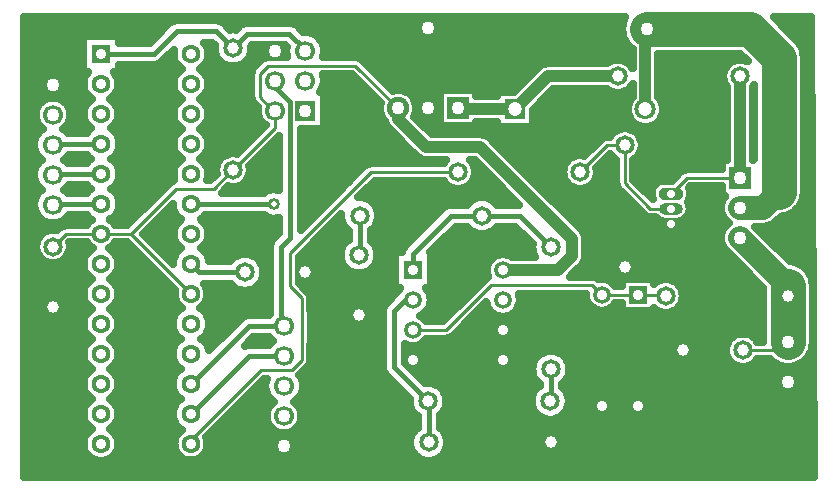
<source format=gbr>
G04 DipTrace 3.3.1.1*
G04 Top.Cu.gbr*
%MOIN*%
G04 #@! TF.FileFunction,Copper,L1,Top*
G04 #@! TF.Part,Single*
%AMOUTLINE0*
4,1,8,
-0.029528,0.019685,
-0.03937,0.009843,
-0.03937,-0.009843,
-0.029528,-0.019685,
0.029528,-0.019685,
0.03937,-0.009843,
0.03937,0.009843,
0.029528,0.019685,
-0.029528,0.019685,
0*%
%ADD13C,0.03937*%
%ADD33C,0.019134*%
%ADD34C,0.047244*%
%ADD35C,0.035433*%
%ADD36C,0.043307*%
%ADD37C,0.027559*%
G04 #@! TA.AperFunction,Conductor*
%ADD14C,0.11811*%
G04 #@! TA.AperFunction,ComponentPad*
%ADD15C,0.07874*%
G04 #@! TA.AperFunction,Conductor*
%ADD16C,0.01*%
%ADD17C,0.015748*%
G04 #@! TA.AperFunction,CopperBalancing*
%ADD18C,0.025*%
G04 #@! TA.AperFunction,ComponentPad*
%ADD19C,0.064961*%
%ADD20R,0.070866X0.070866*%
%ADD21C,0.070866*%
%ADD22R,0.059055X0.059055*%
%ADD23C,0.059055*%
%ADD24R,0.066929X0.066929*%
%ADD25C,0.066929*%
%ADD27R,0.074803X0.074803*%
%ADD28C,0.074803*%
%ADD29O,0.07874X0.03937*%
%ADD30R,0.062992X0.062992*%
%ADD31C,0.062992*%
G04 #@! TA.AperFunction,ViaPad*
%ADD32C,0.04*%
G04 #@! TA.AperFunction,ComponentPad*
%ADD57OUTLINE0*%
%FSLAX26Y26*%
G04*
G70*
G90*
G75*
G01*
G04 Top*
%LPD*%
X2490000Y1641732D2*
D13*
Y1904488D1*
X2494961Y1909449D1*
D14*
X2839843D1*
X2934961Y1814331D1*
Y1366457D1*
D15*
X2881890Y1313386D1*
X2804961D1*
X2054961Y1641732D2*
D13*
X1868898D1*
X1864961Y1645669D1*
X2397480Y1751969D2*
X2165197D1*
X2054961Y1641732D1*
X1664961Y1645669D2*
Y1610630D1*
X1759843Y1515748D1*
X1939370D1*
X2244961Y1210157D1*
Y1152047D1*
X2199213Y1106299D1*
X2014961D1*
X674961Y1226772D2*
D16*
X557480D1*
X514961Y1184252D1*
X674961Y1226772D2*
X774961D1*
X974961Y1026772D1*
X1114961Y1438976D2*
X1112047D1*
X1051024Y1377953D1*
X926142D1*
X774961Y1226772D1*
X1254961Y1637795D2*
Y1578976D1*
X1114961Y1438976D1*
X1254961Y1637795D2*
X1250079D1*
X1204961Y1682913D1*
Y1761339D1*
X1231024Y1787402D1*
X1523228D1*
X1664961Y1645669D1*
X1284961Y819685D2*
D17*
X1167874D1*
X974961Y626772D1*
X2014961Y906299D2*
D16*
Y806299D1*
X1714961D2*
X2014961D1*
X2174961Y531496D2*
X2165197D1*
X2014961Y681732D1*
Y806299D1*
X2464961Y653543D2*
X2344961D1*
X2174961Y531496D2*
X2222913D1*
X2344961Y653543D1*
X1534961Y956693D2*
Y802362D1*
X1702087Y635236D1*
Y511378D1*
X1751772Y461693D1*
X2105157D1*
X2174961Y531496D1*
X2964961Y732283D2*
D14*
X2614961D1*
X2543701D1*
X2464961Y653543D1*
X2614961Y838583D2*
D16*
Y732283D1*
Y838583D2*
Y1115157D1*
Y1221024D1*
X2574961Y1261024D1*
X2421220Y1115157D2*
X2614961D1*
X1764961Y1913386D2*
D13*
Y1645669D1*
D16*
Y1606614D1*
X1808583Y1562992D1*
X1973386D1*
X2421220Y1115157D1*
X1284961Y519685D2*
X1586535D1*
X1702087Y635236D1*
X1354961Y1098425D2*
X1393228D1*
X1534961Y956693D1*
X514961Y1724409D2*
X472205D1*
X434961Y1687165D1*
Y1064252D1*
X514961Y984252D1*
Y595197D1*
X673150Y437008D1*
X1202283D1*
X1284961Y519685D1*
X1537480Y1287402D2*
D17*
Y1159213D1*
X1534961Y1156693D1*
X974961Y1326772D2*
X1251024D1*
X1284961Y919685D2*
X1167874D1*
X974961Y726772D1*
X1254961Y1737795D2*
Y1715354D1*
X1304961Y1665354D1*
Y1213228D1*
X1274961Y1183228D1*
Y929685D1*
X1284961Y919685D1*
X2804961Y1751969D2*
D13*
Y1413386D1*
D16*
X2627323D1*
X2574961Y1361024D1*
X2421220Y1522638D2*
X2362008D1*
X2272441Y1433071D1*
X2421220Y1522638D2*
Y1395079D1*
X2505276Y1311024D1*
X2574961D1*
X2814961Y838583D2*
X2937402D1*
X2964961Y866142D1*
D14*
Y1019685D1*
Y1053386D1*
D15*
X2804961Y1213386D1*
X1764961Y669291D2*
D17*
X1767480D1*
Y531496D1*
X1714961Y1006299D2*
X1688504D1*
X1652087Y969882D1*
Y782165D1*
X1764961Y669291D1*
X1944961Y1287402D2*
X1843071D1*
X1714961Y1159291D1*
Y1106299D1*
X1944961Y1287402D2*
X2070630D1*
X2174961Y1183071D1*
X974961Y526772D2*
D16*
Y539843D1*
X1206772Y771654D1*
X1311654D1*
X1344961Y804961D1*
Y1012677D1*
X1304961Y1052677D1*
Y1163071D1*
X1574961Y1433071D1*
X1864961D1*
X674961Y1826772D2*
D17*
X852283D1*
X927087Y1901575D1*
X1059843D1*
X1114961Y1846457D1*
X1354961Y1837795D2*
Y1841575D1*
X1302835Y1893701D1*
X1162205D1*
X1114961Y1846457D1*
X2464961Y1023622D2*
D16*
X2344961D1*
X1714961Y906299D2*
X1826142D1*
X1976024Y1056181D1*
X2312402D1*
X2344961Y1023622D1*
X2464961D2*
X2553543D1*
X2557480Y1019685D1*
X674961Y1526772D2*
D17*
X517323D1*
X514961Y1524409D1*
X674961Y1426772D2*
X517323D1*
X514961Y1424409D1*
X674961Y1326772D2*
X517323D1*
X514961Y1324409D1*
X2172441Y669291D2*
X2174961D1*
Y775591D1*
X1154961Y1098425D2*
X1003307D1*
X974961Y1126772D1*
D32*
X1251024Y1326772D3*
X419979Y1923261D2*
D18*
X893781D1*
X1093166D2*
X1137255D1*
X1327777D2*
X2411072D1*
X2945292D2*
X3040194D1*
X419979Y1898392D2*
X868914D1*
X1373601D2*
X2410642D1*
X2970160D2*
X3040373D1*
X419979Y1873524D2*
X611732D1*
X738200D2*
X844046D1*
X1408983D2*
X2418142D1*
X2995028D2*
X3040517D1*
X419979Y1848655D2*
X611732D1*
X1031158D2*
X1050775D1*
X1179144D2*
X1290696D1*
X1419210D2*
X2436586D1*
X3012539D2*
X3040696D1*
X419979Y1823786D2*
X611732D1*
X904307D2*
X914558D1*
X1035356D2*
X1055045D1*
X1174874D2*
X1291342D1*
X1418600D2*
X2444301D1*
X2535674D2*
X2806265D1*
X3019465D2*
X3040840D1*
X419979Y1798917D2*
X611732D1*
X879332D2*
X921592D1*
X1028323D2*
X1073095D1*
X1156824D2*
X1199730D1*
X1554529D2*
X2364495D1*
X2430462D2*
X2444301D1*
X2535674D2*
X2771960D1*
X3020003D2*
X3040983D1*
X419979Y1774049D2*
X611732D1*
X738200D2*
X938888D1*
X1011027D2*
X1176943D1*
X1579397D2*
X2123712D1*
X2535674D2*
X2751003D1*
X3020003D2*
X3041163D1*
X419979Y1749180D2*
X618980D1*
X730951D2*
X918972D1*
X1030943D2*
X1173965D1*
X1419138D2*
X1518633D1*
X1604264D2*
X2098844D1*
X2535674D2*
X2746554D1*
X3020003D2*
X3041306D1*
X419979Y1724311D2*
X614531D1*
X735401D2*
X914522D1*
X1035392D2*
X1173965D1*
X1418707D2*
X1543500D1*
X1629132D2*
X2073976D1*
X2535674D2*
X2753802D1*
X3020003D2*
X3041486D1*
X419979Y1699442D2*
X621313D1*
X728618D2*
X921304D1*
X1028610D2*
X1173965D1*
X1420178D2*
X1568368D1*
X1696056D2*
X1801544D1*
X1928370D2*
X1993524D1*
X2176258D2*
X2375619D1*
X2419338D2*
X2444301D1*
X2535674D2*
X2759257D1*
X3020003D2*
X3041629D1*
X419979Y1674573D2*
X485455D1*
X544461D2*
X639649D1*
X710282D2*
X939641D1*
X1010273D2*
X1175221D1*
X1420178D2*
X1593236D1*
X1721067D2*
X1801544D1*
X2151391D2*
X2438560D1*
X2541452D2*
X2759257D1*
X3020003D2*
X3041809D1*
X419979Y1649705D2*
X461413D1*
X568503D2*
X619195D1*
X730736D2*
X919187D1*
X1030727D2*
X1195352D1*
X1420178D2*
X1601704D1*
X1728244D2*
X1801544D1*
X2126523D2*
X2429122D1*
X2550889D2*
X2759257D1*
X3020003D2*
X3041952D1*
X419979Y1624836D2*
X455492D1*
X574424D2*
X614495D1*
X735401D2*
X914522D1*
X1035428D2*
X1197003D1*
X1420178D2*
X1605221D1*
X1724692D2*
X1801544D1*
X2116403D2*
X2431024D1*
X2548951D2*
X2759257D1*
X3020003D2*
X3042132D1*
X419979Y1599967D2*
X461018D1*
X568934D2*
X621026D1*
X728870D2*
X921053D1*
X1028897D2*
X1209849D1*
X1420178D2*
X1620615D1*
X1739189D2*
X1801544D1*
X2116403D2*
X2445916D1*
X2534095D2*
X2759257D1*
X3020003D2*
X3042275D1*
X419979Y1575098D2*
X475551D1*
X554401D2*
X635666D1*
X714265D2*
X940395D1*
X1009520D2*
X1208270D1*
X1420178D2*
X1636907D1*
X1764057D2*
X2399159D1*
X2443273D2*
X2759257D1*
X3020003D2*
X3042455D1*
X419979Y1550230D2*
X455312D1*
X733499D2*
X919438D1*
X1030476D2*
X1183403D1*
X1344571D2*
X1661775D1*
X1967879D2*
X2352366D1*
X2472446D2*
X2759257D1*
X3020003D2*
X3042598D1*
X419979Y1525361D2*
X449750D1*
X738200D2*
X914486D1*
X1035428D2*
X1158535D1*
X1244167D2*
X1265326D1*
X1344571D2*
X1686642D1*
X1993321D2*
X2321936D1*
X2479623D2*
X2759257D1*
X3020003D2*
X3042742D1*
X419979Y1500492D2*
X454487D1*
X732243D2*
X920766D1*
X1029149D2*
X1133667D1*
X1219299D2*
X1265326D1*
X1344571D2*
X1711510D1*
X2018188D2*
X2297068D1*
X2475138D2*
X2759257D1*
X3020003D2*
X3042921D1*
X419979Y1475623D2*
X473039D1*
X556877D2*
X636348D1*
X713547D2*
X941220D1*
X1008695D2*
X1070152D1*
X1194431D2*
X1265326D1*
X1344571D2*
X1741366D1*
X2043056D2*
X2233553D1*
X2357796D2*
X2388322D1*
X2454110D2*
X2759257D1*
X3020003D2*
X3043065D1*
X419979Y1450755D2*
X455564D1*
X733283D2*
X919654D1*
X1030261D2*
X1057736D1*
X1172183D2*
X1265326D1*
X1344571D2*
X1549816D1*
X1920583D2*
X1940774D1*
X2067960D2*
X2216831D1*
X2332929D2*
X2390224D1*
X2452208D2*
X2741566D1*
X3020003D2*
X3043244D1*
X419979Y1425886D2*
X449750D1*
X738200D2*
X914486D1*
X1035428D2*
X1056157D1*
X1171896D2*
X1265326D1*
X1344571D2*
X1524948D1*
X1922988D2*
X1965642D1*
X2092828D2*
X2214427D1*
X2330453D2*
X2390224D1*
X2452208D2*
X2597024D1*
X3020003D2*
X3043388D1*
X419979Y1401017D2*
X454272D1*
X732458D2*
X906879D1*
X1158619D2*
X1265326D1*
X1344571D2*
X1500080D1*
X1585712D2*
X1816543D1*
X1913371D2*
X1990510D1*
X2117695D2*
X2224044D1*
X2320836D2*
X2390224D1*
X2458093D2*
X2531105D1*
X3020003D2*
X3043567D1*
X419979Y1376148D2*
X472429D1*
X557523D2*
X637066D1*
X712829D2*
X881509D1*
X1092018D2*
X1265326D1*
X1344571D2*
X1475213D1*
X1560845D2*
X2015377D1*
X2142563D2*
X2397400D1*
X2482960D2*
X2510184D1*
X2639738D2*
X2741566D1*
X3020003D2*
X3043711D1*
X419979Y1351280D2*
X455779D1*
X733032D2*
X856641D1*
X1344571D2*
X1450345D1*
X1535977D2*
X2040245D1*
X2167431D2*
X2422196D1*
X2640348D2*
X2752295D1*
X3018604D2*
X3043890D1*
X419979Y1326411D2*
X449786D1*
X738200D2*
X831773D1*
X1344571D2*
X1425477D1*
X1587829D2*
X1894627D1*
X1995294D2*
X2065113D1*
X2192299D2*
X2447064D1*
X2637514D2*
X2740956D1*
X3009669D2*
X3044033D1*
X419979Y1301542D2*
X454056D1*
X732709D2*
X806906D1*
X892537D2*
X917214D1*
X1344571D2*
X1400610D1*
X1600066D2*
X1802225D1*
X2217166D2*
X2471932D1*
X2639272D2*
X2740704D1*
X2988461D2*
X3044213D1*
X419979Y1276673D2*
X471783D1*
X558133D2*
X638106D1*
X711825D2*
X782038D1*
X867670D2*
X938098D1*
X1011816D2*
X1265326D1*
X1344571D2*
X1375742D1*
X1461374D2*
X1474208D1*
X1600784D2*
X1777358D1*
X2242034D2*
X2526584D1*
X2623339D2*
X2751434D1*
X2936608D2*
X3044356D1*
X419979Y1251804D2*
X541363D1*
X842802D2*
X920156D1*
X1029759D2*
X1265326D1*
X1436506D2*
X1484543D1*
X1590413D2*
X1752490D1*
X2266902D2*
X2752690D1*
X2897064D2*
X3044536D1*
X419979Y1226936D2*
X476233D1*
X817934D2*
X914486D1*
X1035464D2*
X1263675D1*
X1411638D2*
X1497856D1*
X1577100D2*
X1727622D1*
X1837619D2*
X1930045D1*
X1959877D2*
X2076093D1*
X2287248D2*
X2741063D1*
X2882818D2*
X3044679D1*
X419979Y1202067D2*
X459403D1*
X842479D2*
X920013D1*
X1029938D2*
X1240458D1*
X1386770D2*
X1490607D1*
X1579325D2*
X1702754D1*
X1812751D2*
X2100961D1*
X2290657D2*
X2740597D1*
X2907686D2*
X3044823D1*
X419979Y1177198D2*
X456927D1*
X572989D2*
X643812D1*
X706083D2*
X781715D1*
X867347D2*
X938601D1*
X1011314D2*
X1235327D1*
X1361903D2*
X1474244D1*
X1595688D2*
X1679932D1*
X1787884D2*
X2111009D1*
X2290657D2*
X2751039D1*
X2932553D2*
X3045002D1*
X419979Y1152329D2*
X466472D1*
X563444D2*
X620416D1*
X729516D2*
X806583D1*
X892214D2*
X917357D1*
X1032558D2*
X1122399D1*
X1187541D2*
X1235327D1*
X1337035D2*
X1470871D1*
X1599025D2*
X1653701D1*
X1776221D2*
X1986132D1*
X2043810D2*
X2118939D1*
X2290657D2*
X2774615D1*
X2957421D2*
X3045146D1*
X419979Y1127461D2*
X614459D1*
X735436D2*
X831450D1*
X1211943D2*
X1235327D1*
X1335958D2*
X1478083D1*
X1591813D2*
X1653701D1*
X1776221D2*
X1963848D1*
X2282978D2*
X2799483D1*
X3003927D2*
X3045325D1*
X419979Y1102592D2*
X619770D1*
X730161D2*
X856318D1*
X1219048D2*
X1235327D1*
X1335958D2*
X1502736D1*
X1567196D2*
X1653701D1*
X1776221D2*
X1959542D1*
X2259079D2*
X2824350D1*
X3033747D2*
X3045469D1*
X419979Y1077723D2*
X641515D1*
X708380D2*
X881186D1*
X1215603D2*
X1235327D1*
X1335958D2*
X1653701D1*
X1776221D2*
X1954841D1*
X2333575D2*
X2849218D1*
X419979Y1052854D2*
X620667D1*
X729264D2*
X906054D1*
X1025883D2*
X1110809D1*
X1199096D2*
X1235327D1*
X1347585D2*
X1653701D1*
X1776221D2*
X1929901D1*
X2391707D2*
X2409422D1*
X2605074D2*
X2874086D1*
X419979Y1027986D2*
X614495D1*
X735436D2*
X917465D1*
X1032450D2*
X1235327D1*
X1371520D2*
X1655208D1*
X1772095D2*
X1905034D1*
X2615337D2*
X2879899D1*
X419979Y1003117D2*
X619518D1*
X730413D2*
X922812D1*
X1027103D2*
X1235327D1*
X1375969D2*
X1630340D1*
X1776150D2*
X1880166D1*
X2073378D2*
X2293552D1*
X2613471D2*
X2879899D1*
X419979Y978248D2*
X640726D1*
X709205D2*
X940215D1*
X1009699D2*
X1235327D1*
X1375969D2*
X1613403D1*
X1769116D2*
X1855262D1*
X1940894D2*
X1963955D1*
X2065950D2*
X2315010D1*
X2374913D2*
X2409422D1*
X2597610D2*
X2879899D1*
X419979Y953379D2*
X620954D1*
X728977D2*
X917860D1*
X1032055D2*
X1149779D1*
X1375969D2*
X1612470D1*
X1743029D2*
X1830394D1*
X1916026D2*
X1994098D1*
X2035843D2*
X2879899D1*
X419979Y928510D2*
X614495D1*
X735436D2*
X911759D1*
X1038191D2*
X1121718D1*
X1375969D2*
X1612470D1*
X1891158D2*
X2879899D1*
X419979Y903642D2*
X619267D1*
X730628D2*
X916281D1*
X1033634D2*
X1096850D1*
X1375969D2*
X1612470D1*
X1866291D2*
X2879899D1*
X419979Y878773D2*
X639937D1*
X709995D2*
X935228D1*
X1014687D2*
X1071946D1*
X1181943D2*
X1234932D1*
X1375969D2*
X1612470D1*
X1836040D2*
X2773503D1*
X2856443D2*
X2879899D1*
X419979Y853904D2*
X621205D1*
X728726D2*
X918111D1*
X1031804D2*
X1047079D1*
X1375969D2*
X1612470D1*
X1691714D2*
X1704262D1*
X1725661D2*
X2758611D1*
X419979Y829035D2*
X614531D1*
X735401D2*
X911759D1*
X1375969D2*
X1612470D1*
X1691714D2*
X2141582D1*
X2208339D2*
X2757283D1*
X419979Y804167D2*
X619052D1*
X730879D2*
X916065D1*
X1375969D2*
X1612470D1*
X1691714D2*
X2117755D1*
X2232166D2*
X2768299D1*
X2861610D2*
X2907925D1*
X3022013D2*
X3047407D1*
X419979Y779298D2*
X639147D1*
X710748D2*
X934582D1*
X1362118D2*
X1612577D1*
X1709943D2*
X2110829D1*
X2239092D2*
X3047550D1*
X419979Y754429D2*
X621492D1*
X728439D2*
X918362D1*
X1339654D2*
X1624814D1*
X1734811D2*
X2114490D1*
X2235431D2*
X3047730D1*
X419979Y729560D2*
X614531D1*
X735365D2*
X911795D1*
X1207493D2*
X1220543D1*
X1349379D2*
X1649682D1*
X1780815D2*
X2131319D1*
X2218602D2*
X3047873D1*
X419979Y704692D2*
X618837D1*
X731094D2*
X915886D1*
X1182625D2*
X1221583D1*
X1348338D2*
X1674549D1*
X1818026D2*
X2119370D1*
X2225527D2*
X3048053D1*
X419979Y679823D2*
X638429D1*
X711502D2*
X933900D1*
X1157757D2*
X1234035D1*
X1335887D2*
X1699417D1*
X1828289D2*
X2109107D1*
X2235754D2*
X3048196D1*
X419979Y654954D2*
X621779D1*
X728152D2*
X918649D1*
X1132890D2*
X1237731D1*
X1332190D2*
X1702431D1*
X1827500D2*
X2109896D1*
X2234965D2*
X3048340D1*
X419979Y630085D2*
X614566D1*
X735365D2*
X911795D1*
X1108022D2*
X1226464D1*
X1343458D2*
X1714776D1*
X1815156D2*
X2122276D1*
X2222621D2*
X3048519D1*
X419979Y605217D2*
X618621D1*
X731310D2*
X915671D1*
X1083154D2*
X1227361D1*
X1342561D2*
X1727873D1*
X1807118D2*
X3048663D1*
X419979Y580348D2*
X637712D1*
X712219D2*
X933290D1*
X1058286D2*
X1241248D1*
X1328674D2*
X1727263D1*
X1807728D2*
X3048842D1*
X419979Y555479D2*
X622066D1*
X727829D2*
X925539D1*
X1033419D2*
X1708101D1*
X1826854D2*
X3048986D1*
X419979Y530610D2*
X614602D1*
X735329D2*
X917608D1*
X1032342D2*
X1703257D1*
X1831698D2*
X3049165D1*
X419979Y505741D2*
X618406D1*
X731489D2*
X921627D1*
X1028287D2*
X1708891D1*
X1826065D2*
X3049308D1*
X419979Y480873D2*
X637030D1*
X712901D2*
X942153D1*
X1007762D2*
X1729668D1*
X1805288D2*
X3049488D1*
X419979Y456004D2*
X3049631D1*
X419979Y431135D2*
X3049811D1*
X1216499Y1093582D2*
X1214983Y1084015D1*
X1211990Y1074803D1*
X1207593Y1066172D1*
X1201899Y1058336D1*
X1195050Y1051487D1*
X1187214Y1045793D1*
X1178583Y1041396D1*
X1169371Y1038402D1*
X1159804Y1036887D1*
X1150117D1*
X1140550Y1038402D1*
X1131338Y1041396D1*
X1122708Y1045793D1*
X1114871Y1051487D1*
X1108022Y1058336D1*
X1105689Y1061295D1*
X1017775Y1061303D1*
X1021856Y1055509D1*
X1025774Y1047819D1*
X1028441Y1039611D1*
X1029791Y1031087D1*
Y1022456D1*
X1028441Y1013932D1*
X1025774Y1005724D1*
X1021856Y998034D1*
X1016783Y991052D1*
X1010680Y984949D1*
X1004049Y980111D1*
X1010665Y975915D1*
X1017913Y969724D1*
X1024104Y962476D1*
X1029084Y954349D1*
X1032732Y945543D1*
X1034957Y936274D1*
X1035705Y926772D1*
X1034957Y917269D1*
X1032732Y908001D1*
X1029084Y899194D1*
X1024104Y891067D1*
X1017913Y883819D1*
X1010665Y877629D1*
X1009410Y876790D1*
X1014411Y872962D1*
X1021151Y866222D1*
X1026753Y858510D1*
X1031081Y850017D1*
X1034026Y840952D1*
X1034459Y838778D1*
X1143765Y947913D1*
X1148478Y951337D1*
X1153668Y953981D1*
X1159208Y955782D1*
X1164961Y956693D1*
X1213806Y956807D1*
X1234439D1*
X1237835Y961021D1*
X1237953Y1186141D1*
X1238864Y1191894D1*
X1240664Y1197434D1*
X1243309Y1202625D1*
X1246733Y1207337D1*
X1267818Y1228584D1*
X1267838Y1280511D1*
X1262520Y1278884D1*
X1254888Y1277675D1*
X1247160D1*
X1239527Y1278884D1*
X1232177Y1281272D1*
X1225292Y1284781D1*
X1218696Y1289641D1*
X1023051Y1289649D1*
X1017913Y1283819D1*
X1010665Y1277629D1*
X1006932Y1275134D1*
X1012621Y1270866D1*
X1019055Y1264432D1*
X1024404Y1257070D1*
X1028535Y1248963D1*
X1031347Y1240309D1*
X1032770Y1231321D1*
Y1222222D1*
X1031347Y1213235D1*
X1028535Y1204581D1*
X1024404Y1196473D1*
X1019055Y1189111D1*
X1012621Y1182677D1*
X1006901Y1178425D1*
X1014411Y1172962D1*
X1021151Y1166222D1*
X1026753Y1158510D1*
X1031081Y1150017D1*
X1034026Y1140952D1*
X1035042Y1135553D1*
X1105613Y1135547D1*
X1111312Y1142074D1*
X1118678Y1148364D1*
X1126937Y1153426D1*
X1135886Y1157132D1*
X1145304Y1159394D1*
X1154961Y1160154D1*
X1164617Y1159394D1*
X1174036Y1157132D1*
X1182985Y1153426D1*
X1191244Y1148364D1*
X1198609Y1142074D1*
X1204900Y1134708D1*
X1209961Y1126449D1*
X1213668Y1117500D1*
X1215929Y1108082D1*
X1216689Y1098425D1*
X1216499Y1093582D1*
X570772Y1179859D2*
X569398Y1171183D1*
X566683Y1162828D1*
X562695Y1155000D1*
X557531Y1147893D1*
X551319Y1141681D1*
X544212Y1136518D1*
X536385Y1132529D1*
X528030Y1129815D1*
X519353Y1128440D1*
X510568D1*
X501891Y1129815D1*
X493536Y1132529D1*
X485709Y1136518D1*
X478602Y1141681D1*
X472390Y1147893D1*
X467226Y1155000D1*
X463238Y1162828D1*
X460523Y1171183D1*
X459149Y1179859D1*
Y1188644D1*
X460523Y1197321D1*
X463238Y1205676D1*
X467226Y1213504D1*
X472390Y1220611D1*
X478602Y1226823D1*
X485709Y1231986D1*
X493536Y1235975D1*
X501891Y1238689D1*
X510568Y1240064D1*
X519353D1*
X528030Y1238689D1*
X528840Y1238461D1*
X538968Y1248446D1*
X542587Y1251075D1*
X546572Y1253106D1*
X550826Y1254488D1*
X555244Y1255188D1*
X627921Y1255276D1*
X633138Y1262491D1*
X639241Y1268594D1*
X645873Y1273433D1*
X639256Y1277629D1*
X632008Y1283819D1*
X626936Y1289648D1*
X567129Y1289650D1*
X562648Y1283681D1*
X555689Y1276722D1*
X547728Y1270938D1*
X538960Y1266471D1*
X529601Y1263430D1*
X519881Y1261890D1*
X510040D1*
X500321Y1263430D1*
X490962Y1266471D1*
X482193Y1270938D1*
X474232Y1276722D1*
X467274Y1283681D1*
X461489Y1291642D1*
X457022Y1300410D1*
X453981Y1309769D1*
X452441Y1319489D1*
Y1329330D1*
X453981Y1339049D1*
X457022Y1348409D1*
X461489Y1357177D1*
X467274Y1365138D1*
X474232Y1372096D1*
X477147Y1374395D1*
X470616Y1380065D1*
X464225Y1387548D1*
X459083Y1395939D1*
X455317Y1405030D1*
X453020Y1414599D1*
X452248Y1424409D1*
X453020Y1434220D1*
X455317Y1443789D1*
X459083Y1452880D1*
X464225Y1461271D1*
X470616Y1468754D1*
X477147Y1474395D1*
X470616Y1480065D1*
X464225Y1487548D1*
X459083Y1495939D1*
X455317Y1505030D1*
X453020Y1514599D1*
X452248Y1524409D1*
X453020Y1534220D1*
X455317Y1543789D1*
X459083Y1552880D1*
X464225Y1561271D1*
X470616Y1568754D1*
X478099Y1575145D1*
X482145Y1577849D1*
X477963Y1581090D1*
X471641Y1587411D1*
X466387Y1594643D1*
X462329Y1602609D1*
X459566Y1611110D1*
X458168Y1619940D1*
Y1628879D1*
X459566Y1637708D1*
X462329Y1646210D1*
X466387Y1654175D1*
X471641Y1661408D1*
X477963Y1667729D1*
X485195Y1672983D1*
X493160Y1677041D1*
X501662Y1679804D1*
X510491Y1681202D1*
X519430D1*
X528260Y1679804D1*
X536762Y1677041D1*
X544727Y1672983D1*
X551959Y1667729D1*
X558280Y1661408D1*
X563534Y1654175D1*
X567593Y1646210D1*
X570355Y1637708D1*
X571754Y1628879D1*
Y1619940D1*
X570355Y1611110D1*
X567593Y1602609D1*
X563534Y1594643D1*
X558280Y1587411D1*
X551959Y1581090D1*
X547763Y1577865D1*
X555689Y1572096D1*
X562648Y1565138D1*
X563636Y1563884D1*
X626877Y1563894D1*
X632008Y1569724D1*
X639256Y1575915D1*
X642990Y1578409D1*
X637300Y1582677D1*
X630866Y1589111D1*
X625518Y1596473D1*
X621387Y1604581D1*
X618575Y1613235D1*
X617151Y1622222D1*
Y1631321D1*
X618575Y1640309D1*
X621387Y1648963D1*
X625518Y1657070D1*
X630866Y1664432D1*
X637300Y1670866D1*
X644662Y1676215D1*
X645608Y1676745D1*
X640876Y1679858D1*
X633957Y1685768D1*
X628047Y1692687D1*
X623293Y1700446D1*
X619811Y1708852D1*
X617686Y1717700D1*
X616972Y1726772D1*
X617686Y1735843D1*
X619811Y1744691D1*
X623293Y1753098D1*
X628047Y1760856D1*
X632351Y1766038D1*
X614217Y1766027D1*
Y1887516D1*
X735705D1*
Y1863868D1*
X836906Y1863894D1*
X902978Y1929803D1*
X907690Y1933227D1*
X912881Y1935871D1*
X918421Y1937671D1*
X924174Y1938583D1*
X973018Y1938697D1*
X1062755Y1938583D1*
X1068509Y1937671D1*
X1074049Y1935871D1*
X1079239Y1933227D1*
X1083951Y1929803D1*
X1106315Y1907601D1*
X1114961Y1908185D1*
X1123545Y1907552D1*
X1138096Y1921929D1*
X1142808Y1925353D1*
X1147999Y1927997D1*
X1153539Y1929797D1*
X1159292Y1930709D1*
X1208136Y1930823D1*
X1305747Y1930709D1*
X1311501Y1929797D1*
X1317041Y1927997D1*
X1322231Y1925353D1*
X1326944Y1921929D1*
X1348850Y1900184D1*
X1354961Y1900508D1*
X1364771Y1899736D1*
X1374340Y1897439D1*
X1383432Y1893673D1*
X1391822Y1888531D1*
X1399305Y1882140D1*
X1405696Y1874657D1*
X1410838Y1866266D1*
X1414604Y1857175D1*
X1416901Y1847606D1*
X1417673Y1837795D1*
X1416901Y1827985D1*
X1414604Y1818416D1*
X1413678Y1815908D1*
X1525465Y1815818D1*
X1529882Y1815118D1*
X1534136Y1813736D1*
X1538122Y1811705D1*
X1541740Y1809076D1*
X1608341Y1742600D1*
X1647036Y1703904D1*
X1655433Y1705825D1*
X1664961Y1706575D1*
X1674488Y1705825D1*
X1683781Y1703594D1*
X1692611Y1699936D1*
X1700760Y1694943D1*
X1708027Y1688736D1*
X1714234Y1681469D1*
X1719228Y1673320D1*
X1722885Y1664490D1*
X1725116Y1655197D1*
X1725866Y1645669D1*
X1725116Y1636142D1*
X1722885Y1626848D1*
X1719228Y1618019D1*
X1719018Y1617644D1*
X1777737Y1558932D1*
X1942759Y1558804D1*
X1949452Y1557744D1*
X1955898Y1555650D1*
X1961936Y1552573D1*
X1967419Y1548589D1*
X1995892Y1520304D1*
X2277802Y1238207D1*
X2281785Y1232724D1*
X2284862Y1226685D1*
X2286956Y1220240D1*
X2288017Y1213546D1*
X2288150Y1173412D1*
X2288017Y1148659D1*
X2286956Y1141965D1*
X2284862Y1135519D1*
X2281785Y1129481D1*
X2277802Y1123998D1*
X2249517Y1095525D1*
X2238682Y1084690D1*
X2314638Y1084597D1*
X2319056Y1083898D1*
X2323310Y1082515D1*
X2327295Y1080485D1*
X2330913Y1077856D1*
X2333496Y1075398D1*
X2340800Y1076490D1*
X2349121D1*
X2357341Y1075188D1*
X2365255Y1072617D1*
X2372670Y1068839D1*
X2379402Y1063948D1*
X2385286Y1058063D1*
X2389644Y1052129D1*
X2411956Y1052126D1*
X2411929Y1076654D1*
X2517992D1*
Y1059393D1*
X2524574Y1064977D1*
X2532064Y1069567D1*
X2540180Y1072929D1*
X2548722Y1074980D1*
X2557480Y1075669D1*
X2566238Y1074980D1*
X2574780Y1072929D1*
X2582897Y1069567D1*
X2590387Y1064977D1*
X2597067Y1059272D1*
X2602773Y1052592D1*
X2607363Y1045101D1*
X2610725Y1036985D1*
X2612775Y1028443D1*
X2613465Y1019685D1*
X2612775Y1010927D1*
X2610725Y1002385D1*
X2607363Y994269D1*
X2602773Y986778D1*
X2597067Y980098D1*
X2590387Y974393D1*
X2582897Y969803D1*
X2574780Y966441D1*
X2566238Y964390D1*
X2557480Y963701D1*
X2548722Y964390D1*
X2540180Y966441D1*
X2532064Y969803D1*
X2524574Y974393D1*
X2517982Y980017D1*
X2517992Y970591D1*
X2411929D1*
Y995099D1*
X2389711Y995118D1*
X2385286Y989181D1*
X2379402Y983297D1*
X2372670Y978405D1*
X2365255Y974627D1*
X2357341Y972056D1*
X2349121Y970754D1*
X2340800D1*
X2332581Y972056D1*
X2324666Y974627D1*
X2317252Y978405D1*
X2310519Y983297D1*
X2304635Y989181D1*
X2299744Y995913D1*
X2295966Y1003328D1*
X2293394Y1011242D1*
X2292093Y1019461D1*
X2292088Y1027669D1*
X2066774Y1027677D1*
X2069432Y1019377D1*
X2070808Y1010694D1*
Y1001904D1*
X2069432Y993222D1*
X2066716Y984861D1*
X2062725Y977029D1*
X2057558Y969917D1*
X2051343Y963702D1*
X2044231Y958535D1*
X2036398Y954544D1*
X2028038Y951827D1*
X2019356Y950452D1*
X2010565D1*
X2001883Y951827D1*
X1993523Y954544D1*
X1985690Y958535D1*
X1978579Y963702D1*
X1972363Y969917D1*
X1967196Y977029D1*
X1963205Y984861D1*
X1960489Y993222D1*
X1959427Y999259D1*
X1844654Y884625D1*
X1841035Y881996D1*
X1837050Y879965D1*
X1832796Y878583D1*
X1828378Y877883D1*
X1759648Y877795D1*
X1755286Y871858D1*
X1749402Y865974D1*
X1742670Y861082D1*
X1735255Y857304D1*
X1727341Y854733D1*
X1719121Y853431D1*
X1710800D1*
X1702581Y854733D1*
X1694666Y857304D1*
X1689196Y859994D1*
X1689209Y797530D1*
X1756361Y730390D1*
X1764961Y731020D1*
X1774617Y730260D1*
X1784036Y727998D1*
X1792985Y724292D1*
X1801244Y719231D1*
X1808609Y712940D1*
X1814900Y705574D1*
X1819961Y697315D1*
X1823668Y688366D1*
X1825929Y678948D1*
X1826689Y669291D1*
X1825929Y659635D1*
X1823668Y650216D1*
X1819961Y641267D1*
X1814900Y633008D1*
X1808609Y625643D1*
X1804589Y621989D1*
X1804602Y580837D1*
X1811129Y575145D1*
X1817420Y567779D1*
X1822481Y559520D1*
X1826187Y550571D1*
X1828449Y541153D1*
X1829209Y531496D1*
X1828449Y521840D1*
X1826187Y512421D1*
X1822481Y503472D1*
X1817420Y495213D1*
X1811129Y487848D1*
X1803763Y481557D1*
X1795504Y476496D1*
X1786555Y472789D1*
X1777137Y470528D1*
X1767480Y469768D1*
X1757824Y470528D1*
X1748405Y472789D1*
X1739456Y476496D1*
X1731197Y481557D1*
X1723832Y487848D1*
X1717541Y495213D1*
X1712480Y503472D1*
X1708773Y512421D1*
X1706512Y521840D1*
X1705752Y531496D1*
X1706512Y541153D1*
X1708773Y550571D1*
X1712480Y559520D1*
X1717541Y567779D1*
X1723832Y575145D1*
X1730350Y580767D1*
X1730358Y618156D1*
X1724871Y622353D1*
X1718022Y629202D1*
X1712329Y637038D1*
X1707931Y645669D1*
X1704938Y654881D1*
X1703423Y664448D1*
Y674134D1*
X1703865Y677876D1*
X1623859Y758056D1*
X1620435Y762769D1*
X1617790Y767959D1*
X1615990Y773499D1*
X1615079Y779253D1*
X1614964Y828097D1*
X1615079Y972794D1*
X1615990Y978548D1*
X1617790Y984088D1*
X1620435Y989278D1*
X1623859Y993991D1*
X1658316Y1028610D1*
X1662591Y1032983D1*
X1667410Y1040847D1*
X1673094Y1047529D1*
X1656185Y1047523D1*
Y1165075D1*
X1678296Y1165099D1*
X1679655Y1170763D1*
X1681885Y1176144D1*
X1684928Y1181111D1*
X1688720Y1185548D1*
X1818962Y1315629D1*
X1823675Y1319053D1*
X1828865Y1321698D1*
X1834405Y1323498D1*
X1840158Y1324409D1*
X1889003Y1324524D1*
X1895641D1*
X1901312Y1331050D1*
X1908678Y1337341D1*
X1916937Y1342402D1*
X1925886Y1346109D1*
X1935304Y1348370D1*
X1944961Y1349130D1*
X1954617Y1348370D1*
X1964036Y1346109D1*
X1972985Y1342402D1*
X1981244Y1337341D1*
X1988609Y1331050D1*
X1994232Y1324532D1*
X2069532Y1324524D1*
X1921479Y1472560D1*
X1904670Y1472559D1*
X1910253Y1465978D1*
X1914843Y1458487D1*
X1918205Y1450371D1*
X1920256Y1441829D1*
X1920945Y1433071D1*
X1920256Y1424313D1*
X1918205Y1415771D1*
X1914843Y1407655D1*
X1910253Y1400164D1*
X1904547Y1393484D1*
X1897867Y1387779D1*
X1890377Y1383189D1*
X1882261Y1379827D1*
X1873718Y1377776D1*
X1864961Y1377087D1*
X1856203Y1377776D1*
X1847661Y1379827D1*
X1839544Y1383189D1*
X1832054Y1387779D1*
X1825374Y1393484D1*
X1819668Y1400164D1*
X1816815Y1404553D1*
X1586751Y1404567D1*
X1530996Y1348795D1*
X1537480Y1349130D1*
X1547137Y1348370D1*
X1556555Y1346109D1*
X1565504Y1342402D1*
X1573763Y1337341D1*
X1581129Y1331050D1*
X1587420Y1323685D1*
X1592481Y1315426D1*
X1596187Y1306477D1*
X1598449Y1297058D1*
X1599209Y1287402D1*
X1598449Y1277745D1*
X1596187Y1268326D1*
X1592481Y1259377D1*
X1587420Y1251119D1*
X1581129Y1243753D1*
X1574611Y1238130D1*
X1574602Y1204043D1*
X1581899Y1196782D1*
X1587593Y1188946D1*
X1591990Y1180315D1*
X1594983Y1171103D1*
X1596499Y1161536D1*
Y1151850D1*
X1594983Y1142283D1*
X1591990Y1133070D1*
X1587593Y1124440D1*
X1581899Y1116604D1*
X1575050Y1109754D1*
X1567214Y1104061D1*
X1558583Y1099663D1*
X1549371Y1096670D1*
X1539804Y1095155D1*
X1530117D1*
X1520550Y1096670D1*
X1511338Y1099663D1*
X1502708Y1104061D1*
X1494871Y1109754D1*
X1488022Y1116604D1*
X1482329Y1124440D1*
X1477931Y1133070D1*
X1474938Y1142283D1*
X1473423Y1151850D1*
Y1161536D1*
X1474938Y1171103D1*
X1477931Y1180315D1*
X1482329Y1188946D1*
X1488022Y1196782D1*
X1494871Y1203632D1*
X1500362Y1207758D1*
X1500358Y1238050D1*
X1493832Y1243753D1*
X1487541Y1251119D1*
X1482480Y1259377D1*
X1478773Y1268326D1*
X1476512Y1277745D1*
X1475752Y1287402D1*
X1476145Y1293956D1*
X1333485Y1151285D1*
X1333465Y1064497D1*
X1366635Y1031189D1*
X1369264Y1027570D1*
X1371295Y1023585D1*
X1372677Y1019331D1*
X1373377Y1014914D1*
X1373465Y920814D1*
X1373377Y802724D1*
X1372677Y798307D1*
X1371295Y794053D1*
X1369264Y790067D1*
X1366635Y786449D1*
X1336164Y755854D1*
X1340838Y748156D1*
X1344604Y739064D1*
X1346901Y729495D1*
X1347673Y719685D1*
X1346901Y709875D1*
X1344604Y700306D1*
X1340838Y691214D1*
X1335696Y682823D1*
X1329305Y675341D1*
X1321822Y668949D1*
X1317776Y666246D1*
X1321959Y663004D1*
X1328280Y656683D1*
X1333534Y649451D1*
X1337593Y641486D1*
X1340355Y632984D1*
X1341754Y624155D1*
Y615215D1*
X1340355Y606386D1*
X1337593Y597884D1*
X1333534Y589919D1*
X1328280Y582687D1*
X1321959Y576366D1*
X1314727Y571111D1*
X1306762Y567053D1*
X1298260Y564291D1*
X1289430Y562892D1*
X1280491D1*
X1271662Y564291D1*
X1263160Y567053D1*
X1255195Y571111D1*
X1247963Y576366D1*
X1241641Y582687D1*
X1236387Y589919D1*
X1232329Y597884D1*
X1229566Y606386D1*
X1228168Y615215D1*
Y624155D1*
X1229566Y632984D1*
X1232329Y641486D1*
X1236387Y649451D1*
X1241641Y656683D1*
X1247963Y663004D1*
X1252158Y666230D1*
X1244232Y671998D1*
X1237274Y678956D1*
X1231489Y686918D1*
X1227022Y695686D1*
X1223981Y705045D1*
X1222441Y714765D1*
Y724605D1*
X1223981Y734325D1*
X1226829Y743161D1*
X1218606Y743150D1*
X1025026Y549598D1*
X1027269Y543768D1*
X1029283Y535376D1*
X1029961Y526772D1*
X1029283Y518168D1*
X1027269Y509776D1*
X1023966Y501802D1*
X1019457Y494443D1*
X1013852Y487881D1*
X1007289Y482276D1*
X999930Y477766D1*
X991957Y474464D1*
X983565Y472449D1*
X974961Y471772D1*
X966357Y472449D1*
X957965Y474464D1*
X949991Y477766D1*
X942632Y482276D1*
X936070Y487881D1*
X930465Y494443D1*
X925955Y501802D1*
X922653Y509776D1*
X920638Y518168D1*
X919961Y526772D1*
X920638Y535376D1*
X922653Y543768D1*
X925955Y551741D1*
X930465Y559100D1*
X936070Y565663D1*
X942632Y571268D1*
X945873Y573433D1*
X939256Y577629D1*
X932008Y583819D1*
X925818Y591067D1*
X920837Y599194D1*
X917190Y608001D1*
X914964Y617269D1*
X914217Y626772D1*
X914964Y636274D1*
X917190Y645543D1*
X920837Y654349D1*
X925818Y662476D1*
X932008Y669724D1*
X939256Y675915D1*
X940511Y676753D1*
X935510Y680581D1*
X928770Y687322D1*
X923168Y695033D1*
X918840Y703526D1*
X915895Y712591D1*
X914404Y722006D1*
Y731538D1*
X915895Y740952D1*
X918840Y750017D1*
X923168Y758510D1*
X928770Y766222D1*
X935510Y772962D1*
X940511Y776753D1*
X935510Y780581D1*
X928770Y787322D1*
X923168Y795033D1*
X918840Y803526D1*
X915895Y812591D1*
X914404Y822006D1*
Y831538D1*
X915895Y840952D1*
X918840Y850017D1*
X923168Y858510D1*
X928770Y866222D1*
X935510Y872962D1*
X940511Y876753D1*
X935510Y880581D1*
X928770Y887322D1*
X923168Y895033D1*
X918840Y903526D1*
X915895Y912591D1*
X914404Y922006D1*
Y931538D1*
X915895Y940952D1*
X918840Y950017D1*
X923168Y958510D1*
X928770Y966222D1*
X935510Y972962D1*
X943222Y978565D1*
X945904Y980067D1*
X939241Y984949D1*
X933138Y991052D1*
X928065Y998034D1*
X924147Y1005724D1*
X921480Y1013932D1*
X920130Y1022456D1*
Y1031087D1*
X921549Y1039855D1*
X763156Y1198266D1*
X722031Y1198268D1*
X716783Y1191052D1*
X710680Y1184949D1*
X703698Y1179876D1*
X701287Y1178440D1*
X709045Y1173685D1*
X715964Y1167775D1*
X721874Y1160856D1*
X726628Y1153098D1*
X730111Y1144691D1*
X732235Y1135843D1*
X732949Y1126772D1*
X732235Y1117700D1*
X730111Y1108852D1*
X726628Y1100446D1*
X721874Y1092687D1*
X715964Y1085768D1*
X709045Y1079858D1*
X704313Y1076798D1*
X709045Y1073685D1*
X715964Y1067775D1*
X721874Y1060856D1*
X726628Y1053098D1*
X730111Y1044691D1*
X732235Y1035843D1*
X732949Y1026772D1*
X732235Y1017700D1*
X730111Y1008852D1*
X726628Y1000446D1*
X721874Y992687D1*
X715964Y985768D1*
X709045Y979858D1*
X704313Y976798D1*
X709045Y973685D1*
X715964Y967775D1*
X721874Y960856D1*
X726628Y953098D1*
X730111Y944691D1*
X732235Y935843D1*
X732949Y926772D1*
X732235Y917700D1*
X730111Y908852D1*
X726628Y900446D1*
X721874Y892687D1*
X715964Y885768D1*
X709045Y879858D1*
X704313Y876798D1*
X709045Y873685D1*
X715964Y867775D1*
X721874Y860856D1*
X726628Y853098D1*
X730111Y844691D1*
X732235Y835843D1*
X732949Y826772D1*
X732235Y817700D1*
X730111Y808852D1*
X726628Y800446D1*
X721874Y792687D1*
X715964Y785768D1*
X709045Y779858D1*
X704313Y776798D1*
X709045Y773685D1*
X715964Y767775D1*
X721874Y760856D1*
X726628Y753098D1*
X730111Y744691D1*
X732235Y735843D1*
X732949Y726772D1*
X732235Y717700D1*
X730111Y708852D1*
X726628Y700446D1*
X721874Y692687D1*
X715964Y685768D1*
X709045Y679858D1*
X704313Y676798D1*
X709045Y673685D1*
X715964Y667775D1*
X721874Y660856D1*
X726628Y653098D1*
X730111Y644691D1*
X732235Y635843D1*
X732949Y626772D1*
X732235Y617700D1*
X730111Y608852D1*
X726628Y600446D1*
X721874Y592687D1*
X715964Y585768D1*
X709045Y579858D1*
X704313Y576798D1*
X709045Y573685D1*
X715964Y567775D1*
X721874Y560856D1*
X726628Y553098D1*
X730111Y544691D1*
X732235Y535843D1*
X732949Y526772D1*
X732235Y517700D1*
X730111Y508852D1*
X726628Y500446D1*
X721874Y492687D1*
X715964Y485768D1*
X709045Y479858D1*
X701287Y475104D1*
X692880Y471622D1*
X684032Y469497D1*
X674961Y468783D1*
X665889Y469497D1*
X657041Y471622D1*
X648635Y475104D1*
X640876Y479858D1*
X633957Y485768D1*
X628047Y492687D1*
X623293Y500446D1*
X619811Y508852D1*
X617686Y517700D1*
X616972Y526772D1*
X617686Y535843D1*
X619811Y544691D1*
X623293Y553098D1*
X628047Y560856D1*
X633957Y567775D1*
X640876Y573685D1*
X645608Y576745D1*
X640876Y579858D1*
X633957Y585768D1*
X628047Y592687D1*
X623293Y600446D1*
X619811Y608852D1*
X617686Y617700D1*
X616972Y626772D1*
X617686Y635843D1*
X619811Y644691D1*
X623293Y653098D1*
X628047Y660856D1*
X633957Y667775D1*
X640876Y673685D1*
X645608Y676745D1*
X640876Y679858D1*
X633957Y685768D1*
X628047Y692687D1*
X623293Y700446D1*
X619811Y708852D1*
X617686Y717700D1*
X616972Y726772D1*
X617686Y735843D1*
X619811Y744691D1*
X623293Y753098D1*
X628047Y760856D1*
X633957Y767775D1*
X640876Y773685D1*
X645608Y776745D1*
X640876Y779858D1*
X633957Y785768D1*
X628047Y792687D1*
X623293Y800446D1*
X619811Y808852D1*
X617686Y817700D1*
X616972Y826772D1*
X617686Y835843D1*
X619811Y844691D1*
X623293Y853098D1*
X628047Y860856D1*
X633957Y867775D1*
X640876Y873685D1*
X645608Y876745D1*
X640876Y879858D1*
X633957Y885768D1*
X628047Y892687D1*
X623293Y900446D1*
X619811Y908852D1*
X617686Y917700D1*
X616972Y926772D1*
X617686Y935843D1*
X619811Y944691D1*
X623293Y953098D1*
X628047Y960856D1*
X633957Y967775D1*
X640876Y973685D1*
X645608Y976745D1*
X640876Y979858D1*
X633957Y985768D1*
X628047Y992687D1*
X623293Y1000446D1*
X619811Y1008852D1*
X617686Y1017700D1*
X616972Y1026772D1*
X617686Y1035843D1*
X619811Y1044691D1*
X623293Y1053098D1*
X628047Y1060856D1*
X633957Y1067775D1*
X640876Y1073685D1*
X645608Y1076745D1*
X640876Y1079858D1*
X633957Y1085768D1*
X628047Y1092687D1*
X623293Y1100446D1*
X619811Y1108852D1*
X617686Y1117700D1*
X616972Y1126772D1*
X617686Y1135843D1*
X619811Y1144691D1*
X623293Y1153098D1*
X628047Y1160856D1*
X633957Y1167775D1*
X640876Y1173685D1*
X648683Y1178462D1*
X642632Y1182276D1*
X636070Y1187881D1*
X630465Y1194443D1*
X627942Y1198255D1*
X569282Y1198268D1*
X570772Y1188644D1*
Y1179859D1*
X2863106Y810065D2*
X2860253Y805676D1*
X2854547Y798996D1*
X2847867Y793290D1*
X2840377Y788700D1*
X2832261Y785338D1*
X2823718Y783288D1*
X2814961Y782598D1*
X2806203Y783288D1*
X2797661Y785338D1*
X2789544Y788700D1*
X2782054Y793290D1*
X2775374Y798996D1*
X2769668Y805676D1*
X2765078Y813166D1*
X2761716Y821283D1*
X2759666Y829825D1*
X2758976Y838583D1*
X2759666Y847341D1*
X2761716Y855883D1*
X2765078Y863999D1*
X2769668Y871489D1*
X2775374Y878170D1*
X2782054Y883875D1*
X2789544Y888465D1*
X2797661Y891827D1*
X2806203Y893878D1*
X2814961Y894567D1*
X2823718Y893878D1*
X2832261Y891827D1*
X2840377Y888465D1*
X2847867Y883875D1*
X2854547Y878170D1*
X2860253Y871489D1*
X2863106Y867100D1*
X2882387Y867087D1*
X2882401Y1046993D1*
X2760502Y1168927D1*
X2754094Y1176429D1*
X2748939Y1184842D1*
X2745164Y1193957D1*
X2742861Y1203550D1*
X2742087Y1213386D1*
X2742861Y1223222D1*
X2745164Y1232815D1*
X2748939Y1241930D1*
X2754094Y1250342D1*
X2760502Y1257845D1*
X2766868Y1263357D1*
X2760502Y1268927D1*
X2754094Y1276429D1*
X2748939Y1284842D1*
X2745164Y1293957D1*
X2742861Y1303550D1*
X2742087Y1313386D1*
X2742861Y1323221D1*
X2745164Y1332815D1*
X2748939Y1341930D1*
X2754094Y1350342D1*
X2755630Y1352480D1*
X2744055D1*
Y1384884D1*
X2639140Y1384882D1*
X2636046Y1379861D1*
X2637545Y1374543D1*
X2637834Y1370859D1*
X2637762Y1349337D1*
X2636684Y1343918D1*
X2634371Y1338900D1*
X2630945Y1334556D1*
X2634547Y1327551D1*
X2636641Y1321106D1*
X2637702Y1314412D1*
Y1307635D1*
X2636641Y1300941D1*
X2634547Y1294496D1*
X2631470Y1288457D1*
X2627487Y1282975D1*
X2622695Y1278182D1*
X2617212Y1274199D1*
X2611173Y1271122D1*
X2604728Y1269028D1*
X2598034Y1267968D1*
X2557900Y1267834D1*
X2551887Y1267968D1*
X2545193Y1269028D1*
X2538748Y1271122D1*
X2532709Y1274199D1*
X2527227Y1278182D1*
X2522857Y1282517D1*
X2503039Y1282607D1*
X2498621Y1283307D1*
X2494368Y1284689D1*
X2490382Y1286720D1*
X2486764Y1289349D1*
X2420163Y1355826D1*
X2399546Y1376567D1*
X2396917Y1380185D1*
X2394886Y1384171D1*
X2393504Y1388425D1*
X2392804Y1392842D1*
X2392716Y1474419D1*
X2384862Y1480067D1*
X2378650Y1486279D1*
X2373343Y1493641D1*
X2326670Y1446990D1*
X2327736Y1441829D1*
X2328425Y1433071D1*
X2327736Y1424313D1*
X2325685Y1415771D1*
X2322323Y1407655D1*
X2317733Y1400164D1*
X2312028Y1393484D1*
X2305348Y1387779D1*
X2297857Y1383189D1*
X2289741Y1379827D1*
X2281199Y1377776D1*
X2272441Y1377087D1*
X2263683Y1377776D1*
X2255141Y1379827D1*
X2247025Y1383189D1*
X2239534Y1387779D1*
X2232854Y1393484D1*
X2227149Y1400164D1*
X2222559Y1407655D1*
X2219197Y1415771D1*
X2217146Y1424313D1*
X2216457Y1433071D1*
X2217146Y1441829D1*
X2219197Y1450371D1*
X2222559Y1458487D1*
X2227149Y1465978D1*
X2232854Y1472658D1*
X2239534Y1478363D1*
X2247025Y1482953D1*
X2255141Y1486315D1*
X2263683Y1488366D1*
X2272441Y1489055D1*
X2281199Y1488366D1*
X2286320Y1487280D1*
X2343496Y1544312D1*
X2347115Y1546941D1*
X2351100Y1548972D1*
X2355354Y1550354D1*
X2359771Y1551054D1*
X2373024Y1551142D1*
X2378650Y1558997D1*
X2384862Y1565209D1*
X2391969Y1570372D1*
X2399796Y1574360D1*
X2408151Y1577075D1*
X2416828Y1578449D1*
X2425613D1*
X2434290Y1577075D1*
X2442645Y1574360D1*
X2450472Y1570372D1*
X2457579Y1565209D1*
X2463791Y1558997D1*
X2468955Y1551889D1*
X2472943Y1544062D1*
X2475658Y1535707D1*
X2477032Y1527030D1*
Y1518245D1*
X2475658Y1509569D1*
X2472943Y1501214D1*
X2468955Y1493386D1*
X2463791Y1486279D1*
X2457579Y1480067D1*
X2450472Y1474903D1*
X2449738Y1474492D1*
X2449724Y1406911D1*
X2513514Y1343096D1*
X2512376Y1347504D1*
X2512087Y1351188D1*
X2512159Y1372710D1*
X2513237Y1378129D1*
X2515550Y1383147D1*
X2518976Y1387491D1*
X2530168Y1398581D1*
X2534762Y1401651D1*
X2539946Y1403563D1*
X2545433Y1404213D1*
X2577836D1*
X2608811Y1435060D1*
X2612430Y1437689D1*
X2616415Y1439720D1*
X2620669Y1441102D1*
X2625086Y1441802D1*
X2719186Y1441890D1*
X2744054D1*
X2744055Y1474291D1*
X2761746D1*
X2761772Y1716356D1*
X2757226Y1722717D1*
X2753238Y1730544D1*
X2750523Y1738899D1*
X2749149Y1747576D1*
Y1756361D1*
X2750523Y1765038D1*
X2753238Y1773393D1*
X2757226Y1781220D1*
X2762390Y1788327D1*
X2768602Y1794539D1*
X2775709Y1799703D1*
X2783536Y1803691D1*
X2791891Y1806406D1*
X2800568Y1807780D1*
X2809353D1*
X2818030Y1806406D1*
X2826385Y1803691D1*
X2831081Y1801456D1*
X2805662Y1826873D1*
X2533212Y1826890D1*
X2533189Y1681827D1*
X2537681Y1676375D1*
X2542513Y1668489D1*
X2546052Y1659945D1*
X2548211Y1650952D1*
X2548937Y1641732D1*
X2548211Y1632513D1*
X2546052Y1623520D1*
X2542513Y1614975D1*
X2537681Y1607090D1*
X2531675Y1600058D1*
X2524642Y1594051D1*
X2516757Y1589219D1*
X2508213Y1585680D1*
X2499220Y1583521D1*
X2490000Y1582795D1*
X2480780Y1583521D1*
X2471787Y1585680D1*
X2463243Y1589219D1*
X2455358Y1594051D1*
X2448325Y1600058D1*
X2442319Y1607090D1*
X2437487Y1614975D1*
X2433948Y1623520D1*
X2431789Y1632513D1*
X2431063Y1641732D1*
X2431789Y1650952D1*
X2433948Y1659945D1*
X2437487Y1668489D1*
X2442319Y1676375D1*
X2446816Y1681774D1*
X2446811Y1725522D1*
X2442773Y1719062D1*
X2437067Y1712382D1*
X2430387Y1706676D1*
X2422897Y1702086D1*
X2414780Y1698724D1*
X2406238Y1696674D1*
X2397480Y1695984D1*
X2388722Y1696674D1*
X2380180Y1698724D1*
X2372064Y1702086D1*
X2364574Y1706676D1*
X2361917Y1708771D1*
X2183072Y1708779D1*
X2113905Y1639598D1*
X2113898Y1582795D1*
X1996024D1*
Y1598548D1*
X1925885Y1598543D1*
X1925866Y1584764D1*
X1804055D1*
Y1706575D1*
X1925866D1*
Y1684936D1*
X1996035Y1684921D1*
X1996024Y1700669D1*
X2052828D1*
X2137148Y1784810D1*
X2142631Y1788793D1*
X2148669Y1791870D1*
X2155115Y1793964D1*
X2161808Y1795024D1*
X2201942Y1795158D1*
X2361878D1*
X2368229Y1799703D1*
X2376056Y1803691D1*
X2384411Y1806406D1*
X2393088Y1807780D1*
X2401873D1*
X2410550Y1806406D1*
X2418905Y1803691D1*
X2426732Y1799703D1*
X2433839Y1794539D1*
X2440051Y1788327D1*
X2445215Y1781220D1*
X2446817Y1778359D1*
X2446811Y1842361D1*
X2441343Y1846670D1*
X2436582Y1851071D1*
X2432182Y1855831D1*
X2428169Y1860922D1*
X2424567Y1866312D1*
X2421400Y1871968D1*
X2418686Y1877855D1*
X2416442Y1883937D1*
X2414683Y1890176D1*
X2413418Y1896534D1*
X2412656Y1902971D1*
X2412401Y1909449D1*
X2412656Y1915926D1*
X2413418Y1922364D1*
X2414683Y1928722D1*
X2416442Y1934961D1*
X2418686Y1941043D1*
X2422080Y1948145D1*
X417437Y1948130D1*
X417461Y418005D1*
X3052388Y418012D1*
X3042541Y1948097D1*
X2917919Y1948130D1*
X2993339Y1872709D1*
X2997739Y1867949D1*
X3001752Y1862858D1*
X3005354Y1857468D1*
X3008521Y1851812D1*
X3011235Y1845925D1*
X3013479Y1839843D1*
X3015239Y1833604D1*
X3016503Y1827246D1*
X3017265Y1820808D1*
X3017520Y1805144D1*
Y1366457D1*
X3017265Y1359979D1*
X3016503Y1353542D1*
X3015239Y1347184D1*
X3013479Y1340945D1*
X3011235Y1334863D1*
X3008521Y1328976D1*
X3005354Y1323320D1*
X3001752Y1317930D1*
X2997739Y1312839D1*
X2993339Y1308079D1*
X2988578Y1303678D1*
X2983488Y1299665D1*
X2978098Y1296064D1*
X2972442Y1292896D1*
X2966555Y1290182D1*
X2960473Y1287938D1*
X2954234Y1286179D1*
X2947876Y1284914D1*
X2941614Y1284173D1*
X2922723Y1265576D1*
X2914741Y1259777D1*
X2905951Y1255298D1*
X2896567Y1252249D1*
X2886823Y1250706D1*
X2863517Y1250512D1*
X2856735D1*
X2971595Y1135669D1*
X2977876Y1134929D1*
X2984234Y1133664D1*
X2990473Y1131904D1*
X2996555Y1129661D1*
X3002442Y1126947D1*
X3008098Y1123779D1*
X3013488Y1120178D1*
X3018579Y1116164D1*
X3023339Y1111764D1*
X3027739Y1107004D1*
X3031752Y1101913D1*
X3035354Y1096523D1*
X3038521Y1090867D1*
X3041235Y1084980D1*
X3043479Y1078898D1*
X3045239Y1072659D1*
X3046503Y1066301D1*
X3047265Y1059863D1*
X3047520Y1044199D1*
Y866142D1*
X3047265Y859664D1*
X3046503Y853227D1*
X3045239Y846869D1*
X3043479Y840630D1*
X3041235Y834548D1*
X3038521Y828661D1*
X3035354Y823005D1*
X3031752Y817615D1*
X3027739Y812524D1*
X3023339Y807764D1*
X3018579Y803363D1*
X3013488Y799350D1*
X3008098Y795748D1*
X3002442Y792581D1*
X2996555Y789867D1*
X2990473Y787623D1*
X2984234Y785864D1*
X2977876Y784599D1*
X2971438Y783837D1*
X2964961Y783583D1*
X2958483Y783837D1*
X2952046Y784599D1*
X2945688Y785864D1*
X2939448Y787623D1*
X2933367Y789867D1*
X2927480Y792581D1*
X2921824Y795748D1*
X2916434Y799350D1*
X2911343Y803363D1*
X2904434Y810088D1*
X2863157Y810079D1*
X567096Y1489643D2*
X562648Y1483681D1*
X555689Y1476722D1*
X552774Y1474424D1*
X559305Y1468754D1*
X563636Y1463884D1*
X626877Y1463894D1*
X632008Y1469724D1*
X639256Y1475915D1*
X640511Y1476753D1*
X635510Y1480581D1*
X628770Y1487322D1*
X626936Y1489648D1*
X567129Y1489650D1*
X567096Y1389643D2*
X562648Y1383681D1*
X555689Y1376722D1*
X552774Y1374424D1*
X559305Y1368754D1*
X563636Y1363884D1*
X626877Y1363894D1*
X632008Y1369724D1*
X639256Y1375915D1*
X640511Y1376753D1*
X635510Y1380581D1*
X628770Y1387322D1*
X626936Y1389648D1*
X567129Y1389650D1*
X1234428Y856803D2*
X1240616Y864030D1*
X1247147Y869670D1*
X1240616Y875341D1*
X1234428Y882567D1*
X1183229Y882563D1*
X1155276Y854588D1*
X1162067Y856350D1*
X1167885Y856807D1*
X1234439D1*
X1405391Y1700508D2*
X1417673D1*
Y1575083D1*
X1342065D1*
X1342083Y1240521D1*
X1556449Y1454746D1*
X1560067Y1457375D1*
X1564053Y1459405D1*
X1568306Y1460787D1*
X1572724Y1461487D1*
X1666824Y1461575D1*
X1816784D1*
X1819668Y1465978D1*
X1825292Y1472569D1*
X1756454Y1472692D1*
X1749760Y1473752D1*
X1743315Y1475847D1*
X1737276Y1478923D1*
X1731793Y1482907D1*
X1703320Y1511192D1*
X1632119Y1582581D1*
X1628136Y1588064D1*
X1625059Y1594102D1*
X1622962Y1600561D1*
X1621894Y1602603D1*
X1615687Y1609870D1*
X1610693Y1618019D1*
X1607036Y1626848D1*
X1604805Y1636142D1*
X1604055Y1645669D1*
X1604805Y1655197D1*
X1606767Y1663537D1*
X1511414Y1758905D1*
X1414033Y1758898D1*
X1415940Y1752435D1*
X1417480Y1742716D1*
Y1732875D1*
X1415940Y1723155D1*
X1412900Y1713796D1*
X1408432Y1705028D1*
X1405351Y1700496D1*
X1225006Y1589348D2*
X1217963Y1594476D1*
X1211641Y1600797D1*
X1206387Y1608029D1*
X1202329Y1615994D1*
X1199566Y1624496D1*
X1198168Y1633326D1*
Y1642265D1*
X1199051Y1648507D1*
X1183286Y1664402D1*
X1180657Y1668020D1*
X1178626Y1672005D1*
X1177244Y1676259D1*
X1176545Y1680677D1*
X1176457Y1761339D1*
X1176808Y1765798D1*
X1177852Y1770147D1*
X1179563Y1774279D1*
X1181900Y1778093D1*
X1184805Y1781494D1*
X1212512Y1809076D1*
X1216130Y1811705D1*
X1220116Y1813736D1*
X1224369Y1815118D1*
X1228787Y1815818D1*
X1296225Y1815906D1*
X1293981Y1823155D1*
X1292441Y1832875D1*
Y1842716D1*
X1293587Y1850454D1*
X1287479Y1856558D1*
X1177563Y1856579D1*
X1176499Y1851300D1*
Y1841614D1*
X1174983Y1832046D1*
X1171990Y1822834D1*
X1167593Y1814204D1*
X1161899Y1806367D1*
X1155050Y1799518D1*
X1147214Y1793825D1*
X1138583Y1789427D1*
X1129371Y1786434D1*
X1119804Y1784919D1*
X1110117D1*
X1100550Y1786434D1*
X1091338Y1789427D1*
X1082708Y1793825D1*
X1074871Y1799518D1*
X1068022Y1806367D1*
X1062329Y1814204D1*
X1057931Y1822834D1*
X1054938Y1832046D1*
X1053423Y1841614D1*
Y1851300D1*
X1053865Y1855041D1*
X1044484Y1864434D1*
X1019055Y1864432D1*
X1024404Y1857070D1*
X1028535Y1848963D1*
X1031347Y1840309D1*
X1032770Y1831321D1*
Y1822222D1*
X1031347Y1813235D1*
X1028535Y1804581D1*
X1024404Y1796473D1*
X1019055Y1789111D1*
X1012621Y1782677D1*
X1005259Y1777329D1*
X1004313Y1776798D1*
X1009045Y1773685D1*
X1015964Y1767775D1*
X1021874Y1760856D1*
X1026628Y1753098D1*
X1030111Y1744691D1*
X1032235Y1735843D1*
X1032949Y1726772D1*
X1032235Y1717700D1*
X1030111Y1708852D1*
X1026628Y1700446D1*
X1021874Y1692687D1*
X1015964Y1685768D1*
X1009045Y1679858D1*
X1004313Y1676798D1*
X1009045Y1673685D1*
X1015964Y1667775D1*
X1021874Y1660856D1*
X1026628Y1653098D1*
X1030111Y1644691D1*
X1032235Y1635843D1*
X1032949Y1626772D1*
X1032235Y1617700D1*
X1030111Y1608852D1*
X1026628Y1600446D1*
X1021874Y1592687D1*
X1015964Y1585768D1*
X1009045Y1579858D1*
X1004313Y1576798D1*
X1009045Y1573685D1*
X1015964Y1567775D1*
X1021874Y1560856D1*
X1026628Y1553098D1*
X1030111Y1544691D1*
X1032235Y1535843D1*
X1032949Y1526772D1*
X1032235Y1517700D1*
X1030111Y1508852D1*
X1026628Y1500446D1*
X1021874Y1492687D1*
X1015964Y1485768D1*
X1009045Y1479858D1*
X1004313Y1476798D1*
X1009045Y1473685D1*
X1015964Y1467775D1*
X1021874Y1460856D1*
X1026628Y1453098D1*
X1030111Y1444691D1*
X1032235Y1435843D1*
X1032949Y1426772D1*
X1032235Y1417700D1*
X1030111Y1408852D1*
X1029230Y1406466D1*
X1039213Y1406457D1*
X1060175Y1427415D1*
X1059149Y1434584D1*
Y1443369D1*
X1060523Y1452046D1*
X1063238Y1460401D1*
X1067226Y1468228D1*
X1072390Y1475335D1*
X1078602Y1481547D1*
X1085709Y1486711D1*
X1093536Y1490699D1*
X1101891Y1493414D1*
X1110568Y1494788D1*
X1119353D1*
X1128030Y1493414D1*
X1128840Y1493185D1*
X1224999Y1589325D1*
X1170772Y1434584D2*
X1169398Y1425907D1*
X1166683Y1417552D1*
X1162695Y1409725D1*
X1157531Y1402618D1*
X1151319Y1396406D1*
X1144212Y1391242D1*
X1136385Y1387254D1*
X1128030Y1384539D1*
X1119353Y1383165D1*
X1110568D1*
X1101891Y1384539D1*
X1098801Y1385411D1*
X1077268Y1363886D1*
X1218650Y1363894D1*
X1225292Y1368763D1*
X1232177Y1372271D1*
X1239527Y1374659D1*
X1247160Y1375868D1*
X1254888D1*
X1262520Y1374659D1*
X1267843Y1373019D1*
X1267838Y1551509D1*
X1169180Y1452885D1*
X1170256Y1447734D1*
X1170945Y1438976D1*
X1170772Y1434584D1*
X2852399Y1722274D2*
X2848159Y1716405D1*
X2848150Y1474261D1*
X2852402Y1476693D1*
Y1722248D1*
X2233979Y664448D2*
X2232464Y654881D1*
X2229471Y645669D1*
X2225073Y637038D1*
X2219380Y629202D1*
X2212530Y622353D1*
X2204694Y616659D1*
X2196063Y612262D1*
X2186851Y609269D1*
X2177284Y607753D1*
X2167598D1*
X2158031Y609269D1*
X2148819Y612262D1*
X2140188Y616659D1*
X2132352Y622353D1*
X2125502Y629202D1*
X2119809Y637038D1*
X2115411Y645669D1*
X2112418Y654881D1*
X2110903Y664448D1*
Y674134D1*
X2112418Y683702D1*
X2115411Y692914D1*
X2119809Y701544D1*
X2125502Y709381D1*
X2132352Y716230D1*
X2137842Y720356D1*
X2137838Y726240D1*
X2131312Y731942D1*
X2125021Y739308D1*
X2119960Y747566D1*
X2116253Y756515D1*
X2113992Y765934D1*
X2113232Y775591D1*
X2113992Y785247D1*
X2116253Y794666D1*
X2119960Y803615D1*
X2125021Y811874D1*
X2131312Y819239D1*
X2138678Y825530D1*
X2146937Y830591D1*
X2155886Y834298D1*
X2165304Y836559D1*
X2174961Y837319D1*
X2184617Y836559D1*
X2194036Y834298D1*
X2202985Y830591D1*
X2211244Y825530D1*
X2218609Y819239D1*
X2224900Y811874D1*
X2229961Y803615D1*
X2233668Y794666D1*
X2235929Y785247D1*
X2236689Y775591D1*
X2235929Y765934D1*
X2233668Y756515D1*
X2229961Y747566D1*
X2224900Y739308D1*
X2218609Y731942D1*
X2212091Y726319D1*
X2212083Y716633D1*
X2219380Y709381D1*
X2225073Y701544D1*
X2229471Y692914D1*
X2232464Y683702D1*
X2233979Y674134D1*
Y664448D1*
X2123223Y1149480D2*
X2119960Y1155047D1*
X2116253Y1163996D1*
X2113992Y1173414D1*
X2113232Y1183071D1*
X2113865Y1191656D1*
X2055259Y1250274D1*
X1994304Y1250280D1*
X1988609Y1243753D1*
X1981244Y1237462D1*
X1972985Y1232401D1*
X1964036Y1228694D1*
X1954617Y1226433D1*
X1944961Y1225673D1*
X1935304Y1226433D1*
X1925886Y1228694D1*
X1916937Y1232401D1*
X1908678Y1237462D1*
X1901312Y1243753D1*
X1895689Y1250271D1*
X1858444Y1250280D1*
X1773229Y1165061D1*
X1773736Y1165075D1*
Y1047523D1*
X1756835D1*
X1762511Y1040847D1*
X1767330Y1032983D1*
X1770860Y1024462D1*
X1773013Y1015494D1*
X1773736Y1006299D1*
X1773013Y997105D1*
X1770860Y988137D1*
X1767330Y979616D1*
X1762511Y971752D1*
X1756521Y964739D1*
X1749508Y958749D1*
X1741644Y953930D1*
X1739860Y953107D1*
X1746132Y949203D1*
X1752460Y943798D1*
X1757864Y937470D1*
X1759644Y934806D1*
X1814324Y934803D1*
X1957512Y1077856D1*
X1961130Y1080485D1*
X1965124Y1082518D1*
X1965966Y1086005D1*
X1963394Y1093919D1*
X1962093Y1102138D1*
Y1110460D1*
X1963394Y1118679D1*
X1965966Y1126593D1*
X1969744Y1134008D1*
X1974635Y1140740D1*
X1980519Y1146625D1*
X1987252Y1151516D1*
X1994666Y1155294D1*
X2002581Y1157865D1*
X2010800Y1159167D1*
X2019121D1*
X2027341Y1157865D1*
X2035255Y1155294D1*
X2042670Y1151516D1*
X2045713Y1149483D1*
X2123151Y1149488D1*
X735705Y1789659D2*
Y1766027D1*
X717655D1*
X721874Y1760856D1*
X726628Y1753098D1*
X730111Y1744691D1*
X732235Y1735843D1*
X732949Y1726772D1*
X732235Y1717700D1*
X730111Y1708852D1*
X726628Y1700446D1*
X721874Y1692687D1*
X715964Y1685768D1*
X709045Y1679858D1*
X704313Y1676798D1*
X709045Y1673685D1*
X715964Y1667775D1*
X721874Y1660856D1*
X726628Y1653098D1*
X730111Y1644691D1*
X732235Y1635843D1*
X732949Y1626772D1*
X732235Y1617700D1*
X730111Y1608852D1*
X726628Y1600446D1*
X721874Y1592687D1*
X715964Y1585768D1*
X709045Y1579858D1*
X706901Y1578425D1*
X714411Y1572962D1*
X721151Y1566222D1*
X726753Y1558510D1*
X731081Y1550017D1*
X734026Y1540952D1*
X735517Y1531538D1*
Y1522006D1*
X734026Y1512591D1*
X731081Y1503526D1*
X726753Y1495033D1*
X721151Y1487322D1*
X714411Y1480581D1*
X709410Y1476790D1*
X714411Y1472962D1*
X721151Y1466222D1*
X726753Y1458510D1*
X731081Y1450017D1*
X734026Y1440952D1*
X735517Y1431538D1*
Y1422006D1*
X734026Y1412591D1*
X731081Y1403526D1*
X726753Y1395033D1*
X721151Y1387322D1*
X714411Y1380581D1*
X709410Y1376790D1*
X714411Y1372962D1*
X721151Y1366222D1*
X726753Y1358510D1*
X731081Y1350017D1*
X734026Y1340952D1*
X735517Y1331538D1*
Y1322006D1*
X734026Y1312591D1*
X731081Y1303526D1*
X726753Y1295033D1*
X721151Y1287322D1*
X714411Y1280581D1*
X706699Y1274979D1*
X704017Y1273477D1*
X710680Y1268594D1*
X716783Y1262491D1*
X721979Y1255288D1*
X763128Y1255276D1*
X907630Y1399627D1*
X911248Y1402256D1*
X915234Y1404287D1*
X919496Y1405671D1*
X919811Y1408852D1*
X917686Y1417700D1*
X916972Y1426772D1*
X917686Y1435843D1*
X919811Y1444691D1*
X923293Y1453098D1*
X928047Y1460856D1*
X933957Y1467775D1*
X940876Y1473685D1*
X945608Y1476745D1*
X940876Y1479858D1*
X933957Y1485768D1*
X928047Y1492687D1*
X923293Y1500446D1*
X919811Y1508852D1*
X917686Y1517700D1*
X916972Y1526772D1*
X917686Y1535843D1*
X919811Y1544691D1*
X923293Y1553098D1*
X928047Y1560856D1*
X933957Y1567775D1*
X940876Y1573685D1*
X945608Y1576745D1*
X940876Y1579858D1*
X933957Y1585768D1*
X928047Y1592687D1*
X923293Y1600446D1*
X919811Y1608852D1*
X917686Y1617700D1*
X916972Y1626772D1*
X917686Y1635843D1*
X919811Y1644691D1*
X923293Y1653098D1*
X928047Y1660856D1*
X933957Y1667775D1*
X940876Y1673685D1*
X945608Y1676745D1*
X940876Y1679858D1*
X933957Y1685768D1*
X928047Y1692687D1*
X923293Y1700446D1*
X919811Y1708852D1*
X917686Y1717700D1*
X916972Y1726772D1*
X917686Y1735843D1*
X919811Y1744691D1*
X923293Y1753098D1*
X928047Y1760856D1*
X933957Y1767775D1*
X940876Y1773685D1*
X945608Y1776745D1*
X940876Y1779858D1*
X933957Y1785768D1*
X928047Y1792687D1*
X923293Y1800446D1*
X919811Y1808852D1*
X917686Y1817700D1*
X916972Y1826772D1*
X917686Y1835843D1*
X918676Y1840668D1*
X876392Y1798544D1*
X871680Y1795120D1*
X866490Y1792475D1*
X860949Y1790675D1*
X855196Y1789764D1*
X806352Y1789649D1*
X735696D1*
X914257Y1127796D2*
X914964Y1136274D1*
X917190Y1145543D1*
X920837Y1154349D1*
X925818Y1162476D1*
X932008Y1169724D1*
X939256Y1175915D1*
X942990Y1178409D1*
X937300Y1182677D1*
X930866Y1189111D1*
X925518Y1196473D1*
X921387Y1204581D1*
X918575Y1213235D1*
X917151Y1222222D1*
Y1231321D1*
X918575Y1240309D1*
X921387Y1248963D1*
X925518Y1257070D1*
X930866Y1264432D1*
X937300Y1270866D1*
X943020Y1275118D1*
X935510Y1280581D1*
X928770Y1287322D1*
X923168Y1295033D1*
X918840Y1303526D1*
X915895Y1312591D1*
X914404Y1322006D1*
X914257Y1325748D1*
X815291Y1226792D1*
X914247Y1127796D1*
D19*
X1354961Y1098425D3*
X1154961D3*
X514961Y984252D3*
Y1184252D3*
X2614961Y838583D3*
X2814961D3*
X1534961Y956693D3*
Y1156693D3*
D20*
X2054961Y1641732D3*
D21*
X2490000D3*
D22*
X2464961Y1023622D3*
D23*
Y653543D3*
D22*
X2344961D3*
D23*
Y1023622D3*
D24*
X514961Y1724409D3*
D25*
Y1624409D3*
Y1524409D3*
Y1424409D3*
Y1324409D3*
D24*
X1284961Y519685D3*
D25*
Y619685D3*
Y719685D3*
Y819685D3*
Y919685D3*
D24*
X1354961Y1637795D3*
D25*
X1254961D3*
X1354961Y1737795D3*
X1254961D3*
X1354961Y1837795D3*
X1254961D3*
D15*
X2494961Y1909449D3*
X1764961Y1913386D3*
X2964961Y866142D3*
Y732283D3*
D27*
X2804961Y1413386D3*
D28*
Y1313386D3*
Y1213386D3*
D57*
X2574961Y1361024D3*
D29*
Y1311024D3*
Y1261024D3*
D19*
X1114961Y1846457D3*
Y1438976D3*
X2964961Y1019685D3*
X2557480D3*
X2804961Y1751969D3*
X2397480D3*
X1864961Y1433071D3*
X2272441D3*
X2421220Y1115157D3*
Y1522638D3*
X1764961Y669291D3*
X2172441D3*
X2174961Y775591D3*
Y1183071D3*
X1944961Y1287402D3*
X1537480D3*
X2174961Y531496D3*
X1767480D3*
D30*
X674961Y1826772D3*
D31*
Y1726772D3*
Y1626772D3*
Y1526772D3*
Y1426772D3*
Y1326772D3*
Y1226772D3*
Y1126772D3*
Y1026772D3*
Y926772D3*
Y826772D3*
Y726772D3*
Y626772D3*
Y526772D3*
X974961D3*
Y626772D3*
Y726772D3*
Y826772D3*
Y926772D3*
Y1026772D3*
Y1126772D3*
Y1226772D3*
Y1326772D3*
Y1426772D3*
Y1526772D3*
Y1626772D3*
Y1726772D3*
Y1826772D3*
D27*
X1864961Y1645669D3*
D28*
X1764961D3*
X1664961D3*
D22*
X1714961Y1106299D3*
D23*
Y1006299D3*
Y906299D3*
Y806299D3*
X2014961D3*
Y906299D3*
Y1006299D3*
Y1106299D3*
G04 Top Clear*
%LPC*%
D33*
X1251024Y1326772D3*
D13*
X1354961Y1098425D3*
X1154961D3*
X514961Y984252D3*
Y1184252D3*
X2614961Y838583D3*
X2814961D3*
X1534961Y956693D3*
Y1156693D3*
D34*
X2054961Y1641732D3*
X2490000D3*
D35*
X2464961Y1023622D3*
Y653543D3*
X2344961D3*
Y1023622D3*
D36*
X514961Y1724409D3*
Y1624409D3*
Y1524409D3*
Y1424409D3*
Y1324409D3*
X1284961Y519685D3*
Y619685D3*
Y719685D3*
Y819685D3*
Y919685D3*
X1354961Y1637795D3*
X1254961D3*
X1354961Y1737795D3*
X1254961D3*
X1354961Y1837795D3*
X1254961D3*
X2494961Y1909449D3*
X1764961Y1913386D3*
X2964961Y866142D3*
Y732283D3*
X2804961Y1413386D3*
Y1313386D3*
Y1213386D3*
D37*
X2574961Y1361024D3*
Y1311024D3*
Y1261024D3*
D13*
X1114961Y1846457D3*
Y1438976D3*
X2964961Y1019685D3*
X2557480D3*
X2804961Y1751969D3*
X2397480D3*
X1864961Y1433071D3*
X2272441D3*
X2421220Y1115157D3*
Y1522638D3*
X1764961Y669291D3*
X2172441D3*
X2174961Y775591D3*
Y1183071D3*
X1944961Y1287402D3*
X1537480D3*
X2174961Y531496D3*
X1767480D3*
D35*
X674961Y1826772D3*
Y1726772D3*
Y1626772D3*
Y1526772D3*
Y1426772D3*
Y1326772D3*
Y1226772D3*
Y1126772D3*
Y1026772D3*
Y926772D3*
Y826772D3*
Y726772D3*
Y626772D3*
Y526772D3*
X974961D3*
Y626772D3*
Y726772D3*
Y826772D3*
Y926772D3*
Y1026772D3*
Y1126772D3*
Y1226772D3*
Y1326772D3*
Y1426772D3*
Y1526772D3*
Y1626772D3*
Y1726772D3*
Y1826772D3*
D36*
X1864961Y1645669D3*
X1764961D3*
X1664961D3*
D35*
X1714961Y1106299D3*
Y1006299D3*
Y906299D3*
Y806299D3*
X2014961D3*
Y906299D3*
Y1006299D3*
Y1106299D3*
M02*

</source>
